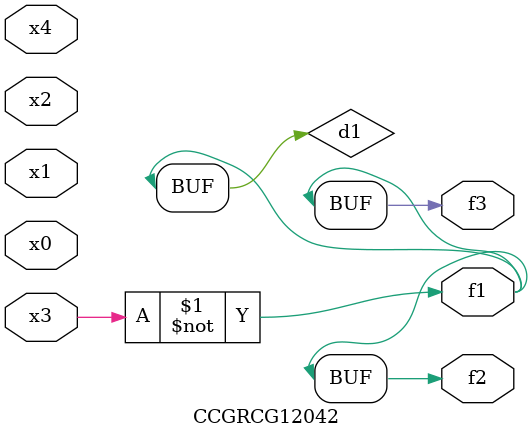
<source format=v>
module CCGRCG12042(
	input x0, x1, x2, x3, x4,
	output f1, f2, f3
);

	wire d1, d2;

	xnor (d1, x3);
	not (d2, x1);
	assign f1 = d1;
	assign f2 = d1;
	assign f3 = d1;
endmodule

</source>
